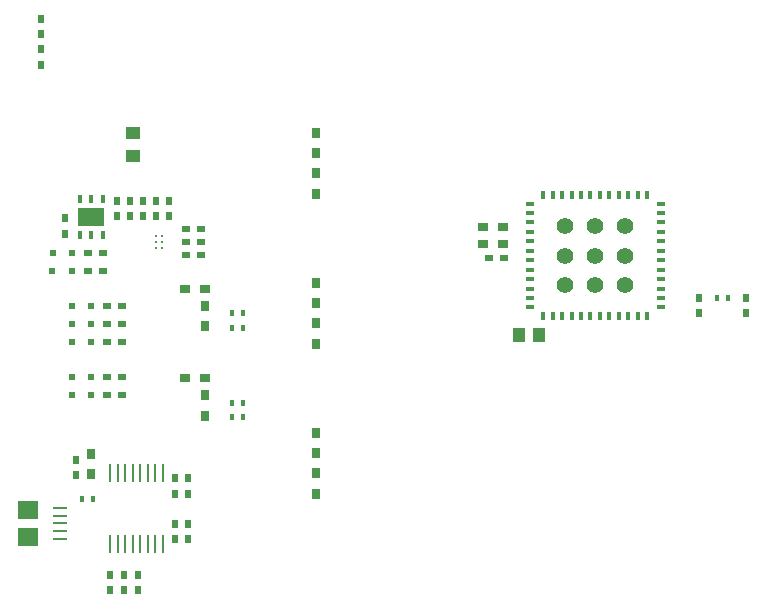
<source format=gbr>
G04 DipTrace 3.3.1.0*
G04 TopPaste.gbr*
%MOMM*%
G04 #@! TF.FileFunction,Paste,Top*
G04 #@! TF.Part,Single*
%ADD14C,0.16*%
%ADD52R,0.5X0.7*%
%ADD54R,0.45X0.65*%
%ADD56R,2.3X1.55*%
%ADD61C,0.21*%
%ADD82R,1.3X1.1*%
%ADD85R,0.2X1.6*%
%ADD95R,0.8X0.9*%
%ADD96R,0.6X0.6*%
%ADD98R,1.7X1.6*%
%ADD100R,1.15X0.2*%
%ADD112R,0.7X0.5*%
%ADD114R,0.39X0.52*%
%ADD116R,0.9X0.8*%
%ADD119R,1.0X1.25*%
%ADD123C,1.4*%
%ADD125R,0.3X0.8*%
%ADD127R,0.8X0.3*%
%FSLAX35Y35*%
G04*
G71*
G90*
G75*
G01*
G04 TopPaste*
%LPD*%
D127*
X4394999Y3470000D3*
Y3390000D3*
Y3310000D3*
Y3230000D3*
Y3150000D3*
Y3070000D3*
Y2990000D3*
Y2910000D3*
Y2830000D3*
Y2750000D3*
Y2670000D3*
Y2590000D3*
D125*
X4509999Y2520000D3*
X4589999D3*
X4669999D3*
X4749999D3*
X4829999D3*
X4909999D3*
X4989999D3*
X5069999D3*
X5149999D3*
X5229999D3*
X5309999D3*
X5389999D3*
D127*
X5504999Y2590000D3*
Y2670000D3*
Y2750000D3*
Y2830000D3*
Y2910000D3*
Y2990000D3*
Y3070000D3*
Y3150000D3*
Y3230000D3*
Y3310000D3*
Y3390000D3*
Y3470000D3*
D125*
X5389999Y3540000D3*
X5309999D3*
X5229999D3*
X5149999D3*
X5069999D3*
X4989999D3*
X4909999D3*
X4829999D3*
X4749999D3*
X4669999D3*
X4589999D3*
X4509999D3*
D123*
X4694999Y3280000D3*
Y3030000D3*
Y2780000D3*
X4949999Y3280000D3*
Y3030000D3*
Y2780000D3*
X5204999Y3280000D3*
Y3030000D3*
Y2780000D3*
D119*
X4475000Y2355000D3*
X4305000D3*
D52*
X5825000Y2670000D3*
Y2540000D3*
X6230000Y2670000D3*
Y2540000D3*
D116*
X4170000Y3270000D3*
X4000000D3*
D114*
X6076000Y2670000D3*
X5980000D3*
D116*
X4170000Y3130000D3*
X4000000D3*
D112*
X4180000Y3005000D3*
X4050000D3*
D100*
X418000Y892500D3*
Y827500D3*
Y762500D3*
Y697500D3*
Y632500D3*
D98*
X150500Y877800D3*
Y647700D3*
D112*
X815000Y2600000D3*
X945000D3*
X815000Y2450000D3*
X945000D3*
X815000Y2300000D3*
X945000D3*
D96*
X682500Y2600000D3*
X517500D3*
X682500Y2450000D3*
X517500D3*
X682500Y2300000D3*
X517500D3*
D112*
X652500Y2900000D3*
X782500D3*
D96*
X520000D3*
X355000D3*
D95*
X2590000Y1355000D3*
Y1525000D3*
D112*
X655000Y3050000D3*
X785000D3*
D96*
X522500D3*
X357500D3*
D95*
X2590000Y1015000D3*
Y1185000D3*
D114*
X1875000Y1785000D3*
X1971000D3*
Y1660000D3*
X1875000D3*
D116*
X1480000Y1990000D3*
X1650000D3*
D95*
X1645000Y1675000D3*
Y1845000D3*
D52*
X905000Y3365000D3*
Y3495000D3*
D114*
X1875000Y2540000D3*
X1971000D3*
X1970000Y2415000D3*
X1874000D3*
D116*
X1480000Y2745000D3*
X1650000D3*
D95*
X1645000Y2430000D3*
Y2600000D3*
D52*
X465000Y3345000D3*
Y3215000D3*
D14*
X1475000Y2610000D3*
Y2570000D3*
Y2530000D3*
X1515000Y2490000D3*
X1475000D3*
X1515000Y2530000D3*
Y2570000D3*
Y2610000D3*
X1475000Y1855000D3*
Y1815000D3*
Y1775000D3*
X1515000Y1735000D3*
X1475000D3*
X1515000Y1775000D3*
Y1815000D3*
Y1855000D3*
D54*
X780000Y3505000D3*
X685000D3*
X590000D3*
Y3205000D3*
X685000D3*
X780000D3*
D56*
X685000Y3355000D3*
D95*
X2590000Y2285000D3*
Y2455000D3*
Y2625000D3*
Y2795000D3*
D85*
X842750Y587250D3*
X906250D3*
X969750D3*
X1033250D3*
X1096750D3*
X1160250D3*
X1223800D3*
X1287250D3*
Y1187250D3*
X1223800D3*
X1160250D3*
X1096750D3*
X1033250D3*
X969750D3*
X906200D3*
X842750D3*
D114*
X700000Y970000D3*
X604000D3*
D14*
X1070000Y3135000D3*
Y3095000D3*
X1110000D3*
Y3135000D3*
D95*
X2590000Y3555000D3*
Y3725000D3*
Y3895000D3*
Y4065000D3*
D61*
X1235000Y3195000D3*
Y3145000D3*
X1285000Y3095000D3*
X1235000D3*
X1285000Y3145000D3*
Y3195000D3*
D52*
X1015000Y3495000D3*
Y3365000D3*
D112*
X1485000Y3255000D3*
X1615000D3*
D52*
X1125000Y3495000D3*
Y3365000D3*
X1345000Y3495000D3*
Y3365000D3*
X1235000D3*
Y3495000D3*
D112*
X1485000Y3035000D3*
X1615000D3*
X1485000Y3145000D3*
X1615000D3*
D52*
X555000Y1170000D3*
Y1300000D3*
X1505000Y1145000D3*
Y1015000D3*
Y630000D3*
Y760000D3*
X1395000Y1015000D3*
Y1145000D3*
Y760000D3*
Y630000D3*
X1080000Y325000D3*
Y195000D3*
X840000Y325000D3*
Y195000D3*
X960000Y325000D3*
Y195000D3*
D95*
X680000Y1180000D3*
Y1350000D3*
D96*
X682500Y2000000D3*
X517500D3*
X682500Y1850000D3*
X517500D3*
D82*
X1035000Y4065000D3*
Y3875000D3*
D112*
X815000Y2000000D3*
X945000D3*
X815000Y1850000D3*
X945000D3*
D52*
X260000Y4905000D3*
Y5035000D3*
Y4775000D3*
Y4645000D3*
M02*

</source>
